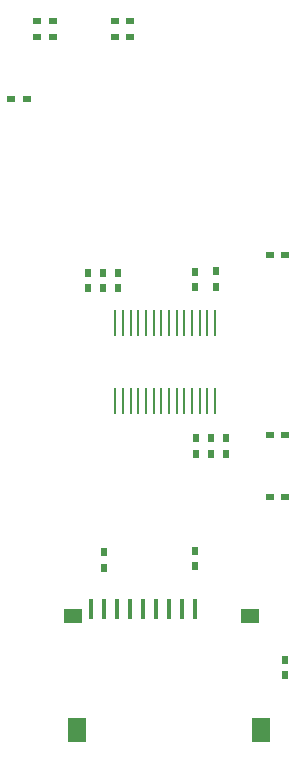
<source format=gbr>
G04 DipTrace 3.3.1.3*
G04 TopPaste.gbr*
%MOIN*%
G04 #@! TF.FileFunction,Paste,Top*
G04 #@! TF.Part,Single*
%ADD45R,0.007868X0.090545*%
%ADD51R,0.061018X0.080703*%
%ADD53R,0.061018X0.049207*%
%ADD55R,0.015742X0.07086*%
%ADD65R,0.027553X0.019679*%
%ADD67R,0.019679X0.027553*%
%FSLAX26Y26*%
G04*
G70*
G90*
G75*
G01*
G04 TopPaste*
%LPD*%
D67*
X1199952Y2037451D3*
Y2088632D3*
X1234198Y1532077D3*
Y1480896D3*
X1134824Y1532363D3*
Y1481182D3*
X1184824Y1532363D3*
Y1481182D3*
X1131202Y2087449D3*
Y2036268D3*
D65*
X913685Y2868700D3*
X862504D3*
X656202D3*
X605021D3*
X1381202Y1543700D3*
X1432383D3*
X913685Y2924949D3*
X862504D3*
X1381201Y2143700D3*
X1432382D3*
X1381202Y1337449D3*
X1432383D3*
X656202Y2924951D3*
X605021D3*
D67*
X1431202Y793700D3*
Y742519D3*
X827944Y1151987D3*
Y1100806D3*
X1131202Y1156200D3*
Y1105019D3*
D65*
X569256Y2661745D3*
X518075D3*
D67*
X874196Y2032504D3*
Y2083686D3*
X824196Y2032504D3*
Y2083686D3*
X774196Y2032504D3*
Y2083686D3*
D55*
X783337Y962516D3*
X826645D3*
X869952D3*
X913259D3*
X956566D3*
X999873D3*
X1043180D3*
X1086487D3*
X1129794D3*
D53*
X724243Y938934D3*
X1313042Y938582D3*
D51*
X1349353Y560697D3*
X737735Y560833D3*
D45*
X1197771Y1915448D3*
X1172180Y1915428D3*
X1146589Y1915432D3*
X1120999D3*
X1095408D3*
X1069818D3*
X1044227D3*
X1018637D3*
X993046D3*
X967456D3*
X941865D3*
X916274D3*
X890684D3*
X865093D3*
Y1656960D3*
X890684Y1656968D3*
X916274D3*
X941865D3*
X967456D3*
X993046D3*
X1018637D3*
X1044227D3*
X1069818D3*
X1095408D3*
X1120999D3*
X1146589D3*
X1172180Y1656964D3*
X1197771D3*
M02*

</source>
